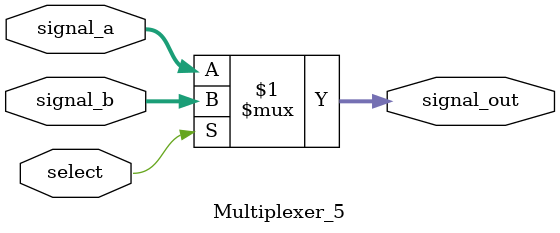
<source format=sv>
`timescale 1ns / 1ps

module Multiplexer_5(signal_a, signal_b, select, signal_out);
	input [4:0] signal_a, signal_b;
	input select;
	output [4:0] signal_out;

	assign signal_out = select? signal_b: signal_a;
endmodule
</source>
